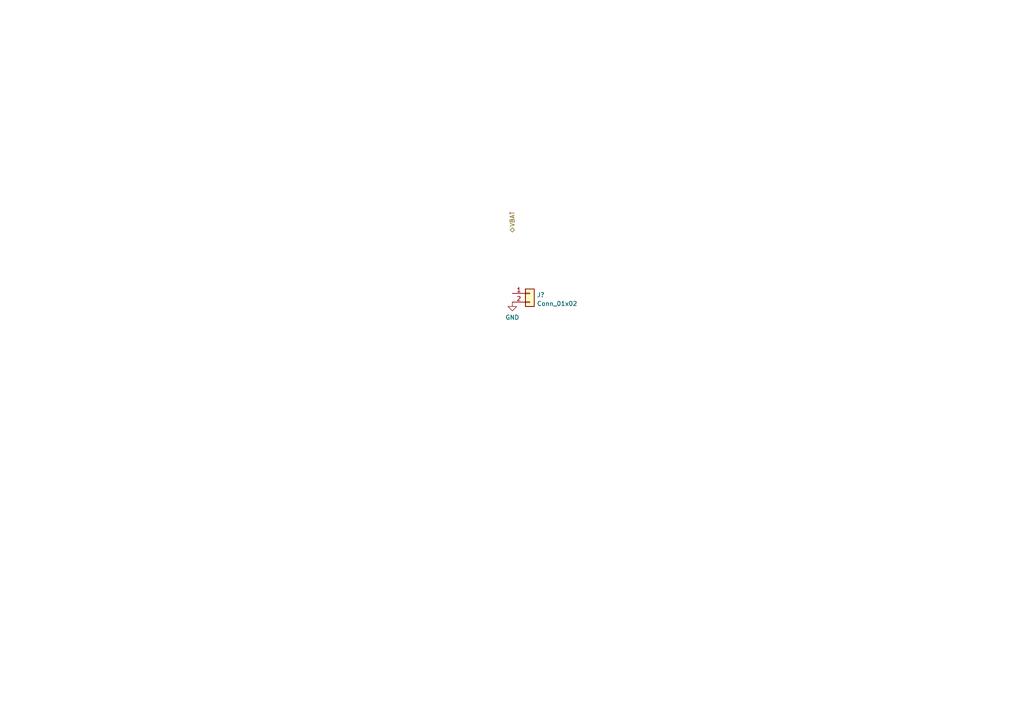
<source format=kicad_sch>
(kicad_sch (version 20211123) (generator eeschema)
  (paper "A4")
  (title_block (title "EPS Schematics") (date "2023-04-08") (rev "v0.0.2") (comment 1 "e-mail: carmamo.95@gmail.com") (comment 2 "Author: Carlos Martinez Mora"))
  (lib_symbols
    (symbol "Connector_Generic:Conn_01x02" (pin_names (offset 1.016) hide)
      (property "Reference" "J" (at 0 2.54 0))
      (property "Value" "Conn_01x02" (at 0 -5.08 0))
      (symbol "Conn_01x02_1_1"
        (rectangle (start -1.27 -2.413) (end 0 -2.667) (stroke (width 0.1524)))
        (rectangle (start -1.27 0.127) (end 0 -0.127) (stroke (width 0.1524)))
        (rectangle (start -1.27 1.27) (end 1.27 -3.81) (stroke (width 0.254)) (fill (type background)))
        (pin passive line (at -5.08 0 0) (length 3.81) (name "Pin_1") (number "1"))
        (pin passive line (at -5.08 -2.54 0) (length 3.81) (name "Pin_2") (number "2"))
      )
    )
    (symbol "power:GND" (power) (pin_names (offset 0))
      (property "Value" "GND" (at 0 -3.81 0))
      (symbol "GND_0_1"
        (polyline (pts (xy 0 0) (xy 0 -1.27) (xy 1.27 -1.27) (xy 0 -2.54) (xy -1.27 -1.27) (xy 0 -1.27)))
      )
      (symbol "GND_1_1"
        (pin power_in line (at 0 0 270) (length 0) hide (name "GND") (number "1"))
      )
    )
  )
  (hierarchical_label "VBAT" (shape bidirectional) (at 148.59 67.31 90))
  (symbol (lib_id "Connector_Generic:Conn_01x02") (at 153.67 85.09 0) (unit 1)
    (property "Reference" "J?" (at 155.702 85.5253 0) (effects (justify left)))
    (property "Value" "Conn_01x02" (at 155.702 88.0622 0) (effects (justify left)))
  )
  (symbol (lib_id "power:GND") (at 148.59 87.63 0) (unit 1)
    (property "Reference" "#PWR?" (effects hide))
    (property "Value" "GND" (at 148.59 92.0734 0))
  )
)
</source>
